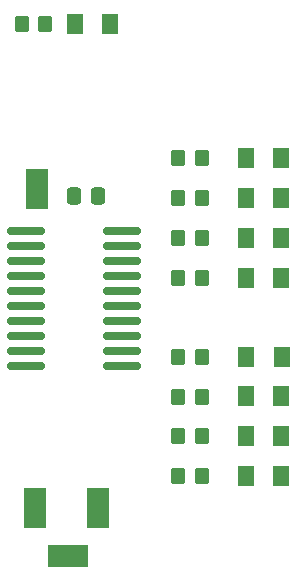
<source format=gbr>
%TF.GenerationSoftware,KiCad,Pcbnew,8.0.2*%
%TF.CreationDate,2024-05-07T14:35:48-05:00*%
%TF.ProjectId,CERBERUS 2100 Blinky,43455242-4552-4555-9320-323130302042,rev?*%
%TF.SameCoordinates,Original*%
%TF.FileFunction,Paste,Top*%
%TF.FilePolarity,Positive*%
%FSLAX46Y46*%
G04 Gerber Fmt 4.6, Leading zero omitted, Abs format (unit mm)*
G04 Created by KiCad (PCBNEW 8.0.2) date 2024-05-07 14:35:48*
%MOMM*%
%LPD*%
G01*
G04 APERTURE LIST*
G04 Aperture macros list*
%AMRoundRect*
0 Rectangle with rounded corners*
0 $1 Rounding radius*
0 $2 $3 $4 $5 $6 $7 $8 $9 X,Y pos of 4 corners*
0 Add a 4 corners polygon primitive as box body*
4,1,4,$2,$3,$4,$5,$6,$7,$8,$9,$2,$3,0*
0 Add four circle primitives for the rounded corners*
1,1,$1+$1,$2,$3*
1,1,$1+$1,$4,$5*
1,1,$1+$1,$6,$7*
1,1,$1+$1,$8,$9*
0 Add four rect primitives between the rounded corners*
20,1,$1+$1,$2,$3,$4,$5,0*
20,1,$1+$1,$4,$5,$6,$7,0*
20,1,$1+$1,$6,$7,$8,$9,0*
20,1,$1+$1,$8,$9,$2,$3,0*%
G04 Aperture macros list end*
%ADD10RoundRect,0.250001X0.462499X0.624999X-0.462499X0.624999X-0.462499X-0.624999X0.462499X-0.624999X0*%
%ADD11RoundRect,0.250000X-0.350000X-0.450000X0.350000X-0.450000X0.350000X0.450000X-0.350000X0.450000X0*%
%ADD12R,3.450000X1.850000*%
%ADD13RoundRect,0.150000X-0.837500X-0.150000X0.837500X-0.150000X0.837500X0.150000X-0.837500X0.150000X0*%
%ADD14RoundRect,0.250000X0.337500X0.475000X-0.337500X0.475000X-0.337500X-0.475000X0.337500X-0.475000X0*%
%ADD15R,1.850000X3.450000*%
%ADD16RoundRect,0.150000X-0.875000X-0.150000X0.875000X-0.150000X0.875000X0.150000X-0.875000X0.150000X0*%
G04 APERTURE END LIST*
D10*
%TO.C,D8*%
X119129200Y-96477400D03*
X116154200Y-96477400D03*
%TD*%
%TO.C,D3*%
X119129200Y-76327000D03*
X116154200Y-76327000D03*
%TD*%
%TO.C,D9*%
X119129200Y-99867400D03*
X116154200Y-99867400D03*
%TD*%
D11*
%TO.C,R8*%
X110388400Y-96524266D03*
X112388400Y-96524266D03*
%TD*%
D10*
%TO.C,D7*%
X119129200Y-93087400D03*
X116154200Y-93087400D03*
%TD*%
D12*
%TO.C,TP3*%
X101092000Y-106680000D03*
%TD*%
D10*
%TO.C,D6*%
X119162100Y-89838000D03*
X116187100Y-89838000D03*
%TD*%
D13*
%TO.C,U1*%
X98137500Y-79121000D03*
X98137500Y-80391000D03*
X98137500Y-81661000D03*
X98137500Y-82931000D03*
X98137500Y-84201000D03*
X98137500Y-85471000D03*
X98137500Y-86741000D03*
X98137500Y-88011000D03*
X98137500Y-89281000D03*
X98137500Y-90551000D03*
X105062500Y-90551000D03*
X105062500Y-89281000D03*
X105062500Y-88011000D03*
X105062500Y-86741000D03*
X105062500Y-85471000D03*
X105062500Y-84201000D03*
X105062500Y-82931000D03*
X105062500Y-81661000D03*
X105062500Y-80391000D03*
X105062500Y-79121000D03*
%TD*%
D14*
%TO.C,C1*%
X103653500Y-76200000D03*
X101578500Y-76200000D03*
%TD*%
D11*
%TO.C,R2*%
X110388400Y-72937000D03*
X112388400Y-72937000D03*
%TD*%
D15*
%TO.C,TP1*%
X98425000Y-75565000D03*
%TD*%
D11*
%TO.C,R1*%
X97171000Y-61595000D03*
X99171000Y-61595000D03*
%TD*%
%TO.C,R9*%
X110388400Y-99867400D03*
X112388400Y-99867400D03*
%TD*%
%TO.C,R5*%
X110388400Y-83107000D03*
X112388400Y-83107000D03*
%TD*%
D15*
%TO.C,TP2*%
X98298000Y-102616000D03*
%TD*%
D10*
%TO.C,D2*%
X119129200Y-72937000D03*
X116154200Y-72937000D03*
%TD*%
%TO.C,D5*%
X119129200Y-83107000D03*
X116154200Y-83107000D03*
%TD*%
%TO.C,D4*%
X119129200Y-79717000D03*
X116154200Y-79717000D03*
%TD*%
D11*
%TO.C,R7*%
X110388400Y-93181133D03*
X112388400Y-93181133D03*
%TD*%
%TO.C,R6*%
X110388400Y-89838000D03*
X112388400Y-89838000D03*
%TD*%
D10*
%TO.C,D1*%
X104611500Y-61595000D03*
X101636500Y-61595000D03*
%TD*%
D15*
%TO.C,TP4*%
X103632000Y-102616000D03*
%TD*%
D16*
%TO.C,U2*%
X96950000Y-79121000D03*
X96950000Y-80391000D03*
X96950000Y-81661000D03*
X96950000Y-82931000D03*
X96950000Y-84201000D03*
X96950000Y-85471000D03*
X96950000Y-86741000D03*
X96950000Y-88011000D03*
X96950000Y-89281000D03*
X96950000Y-90551000D03*
X106250000Y-90551000D03*
X106250000Y-89281000D03*
X106250000Y-88011000D03*
X106250000Y-86741000D03*
X106250000Y-85471000D03*
X106250000Y-84201000D03*
X106250000Y-82931000D03*
X106250000Y-81661000D03*
X106250000Y-80391000D03*
X106250000Y-79121000D03*
%TD*%
D11*
%TO.C,R3*%
X110388400Y-76327000D03*
X112388400Y-76327000D03*
%TD*%
%TO.C,R4*%
X110388400Y-79717000D03*
X112388400Y-79717000D03*
%TD*%
M02*

</source>
